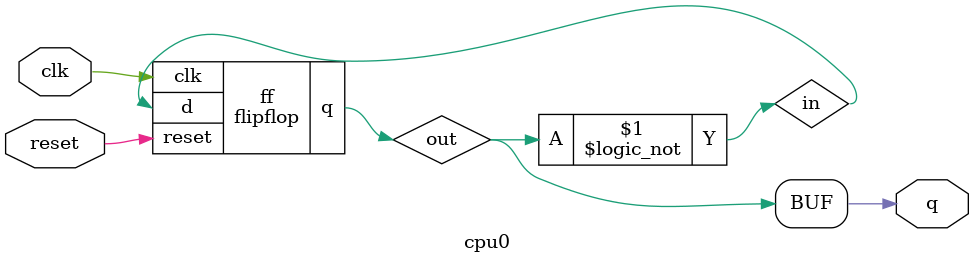
<source format=v>
module flipflop(
  input clk, reset, d,
  output reg q);

  always @ (posedge clk, posedge reset)
    if (reset)
      q <= 1'b0;
    else
      q <= d;
endmodule

// 1bit CPU
module cpu0(
  input clk, reset,
  output q);

  wire in, out;

  flipflop ff (clk, reset, in, out);
  assign in = ! out;
  assign q = out;

endmodule

</source>
